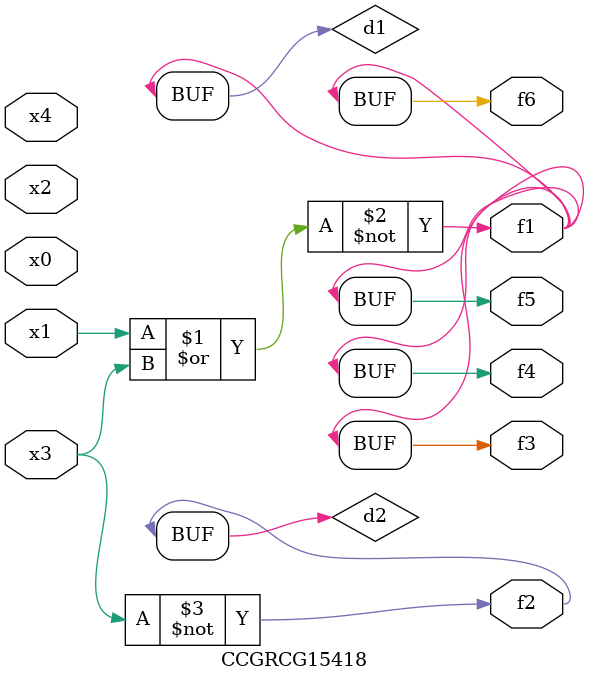
<source format=v>
module CCGRCG15418(
	input x0, x1, x2, x3, x4,
	output f1, f2, f3, f4, f5, f6
);

	wire d1, d2;

	nor (d1, x1, x3);
	not (d2, x3);
	assign f1 = d1;
	assign f2 = d2;
	assign f3 = d1;
	assign f4 = d1;
	assign f5 = d1;
	assign f6 = d1;
endmodule

</source>
